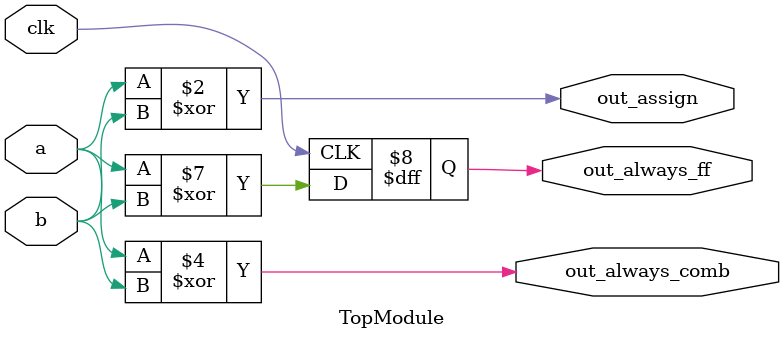
<source format=sv>

module TopModule (
  input clk,
  input a,
  input b,
  output out_assign,
  output reg out_always_comb,
  output reg out_always_ff
);

// Using assign statement (combinatorial logic)
assign out_assign = a ^ b;

// Using combinational always block
always @* 
  begin
    out_always_comb = a ^ b;
  end

// Using clocked always block with flip-flop
always @(posedge clk) 
  begin
    reg temp;
    temp = a ^ b;
    out_always_ff = temp;
  end

endmodule

// VERILOG-EVAL: errant inclusion of module definition

</source>
